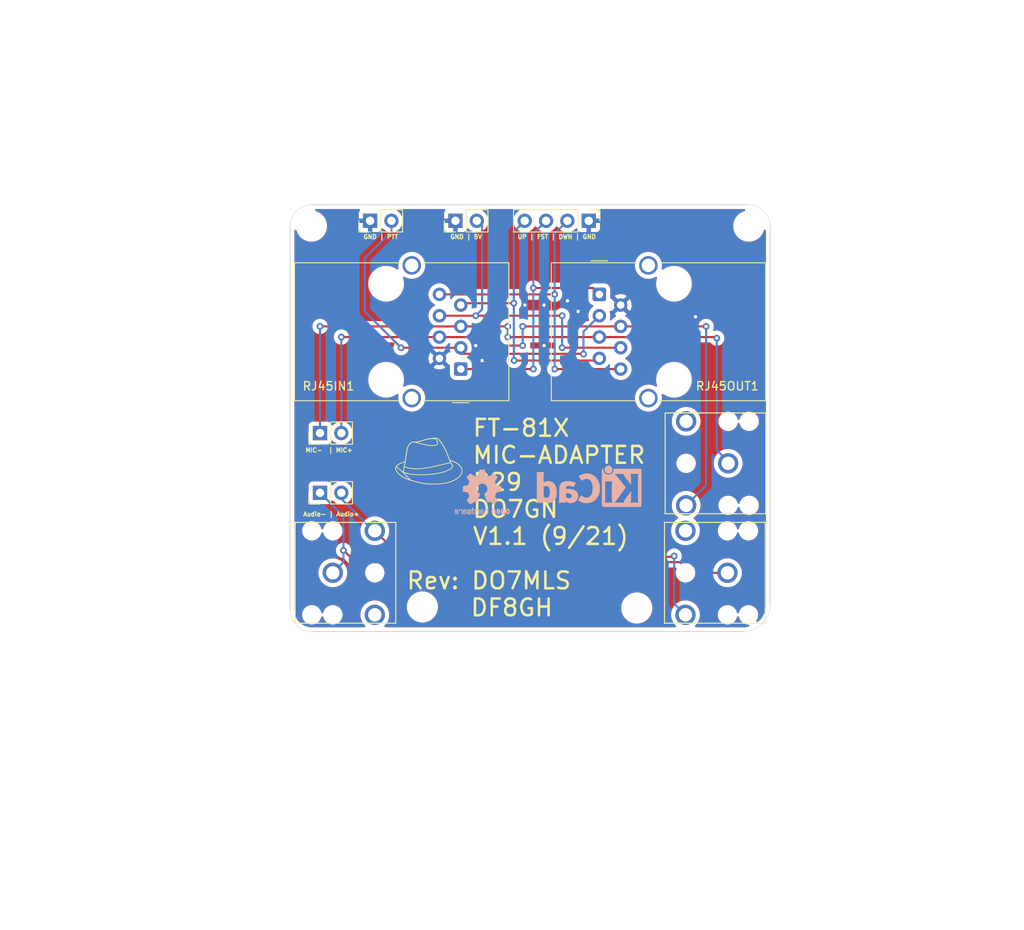
<source format=kicad_pcb>
(kicad_pcb (version 20210925) (generator pcbnew)
  (layers (0 "F.Cu" mixed) (31 "B.Cu" mixed "B.Cu.") (34 "B.Paste" user) (35 "F.Paste" user) (36 "B.SilkS" user "B.Silkscreen") (37 "F.SilkS" user "F.Silkscreen") (38 "B.Mask" user) (39 "F.Mask" user) (44 "Edge.Cuts" user))
  (net 0 "")
  (net 1 "FST")
  (net 2 "GND")
  (net 3 "PTT")
  (net 4 "MIC+")
  (net 5 "5V")
  (net 6 "UP")
  (net 7 "DWN")
  (net 8 "Audio-")
  (net 9 "Audio+")
  (net 10 "MIC-")
  (footprint "Connector_RJ:RJ45_Wuerth_7499010001A_Horizontal" (layer "F.Cu") (at 151.115 57.658)
    (fp_text reference "RJ45OUT1" (at 15.24 10.922 180) (layer "F.SilkS"))
    (fp_text value "RJ45OUT")
    (pad "" np_thru_hole circle locked (at 8.89 10.16 90) (size 3.25 3.25) (drill 3.25) (layers *.Cu *.Mask))
    (pad "" np_thru_hole circle locked (at 8.89 -1.27 90) (size 3.25 3.25) (drill 3.25) (layers *.Cu *.Mask))
    (pad "1" thru_hole roundrect locked (at 0 0 90) (size 1.6 1.6) (drill 0.9) (layers *.Cu *.Mask) (roundrect_rratio 0.155) (net 1 "FST"))
    (pad "2" thru_hole circle locked (at 2.54 1.27 90) (size 1.6 1.6) (drill 0.9) (layers *.Cu *.Mask) (net 2 "GND"))
    (pad "3" thru_hole circle locked (at 0 2.54 90) (size 1.6 1.6) (drill 0.9) (layers *.Cu *.Mask) (net 3 "PTT"))
    (pad "4" thru_hole circle locked (at 2.54 3.81 90) (size 1.6 1.6) (drill 0.9) (layers *.Cu *.Mask) (net 4 "MIC+"))
    (pad "5" thru_hole circle locked (at 0 5.08 90) (size 1.6 1.6) (drill 0.9) (layers *.Cu *.Mask) (net 10 "MIC-"))
    (pad "6" thru_hole circle locked (at 2.54 6.35 90) (size 1.6 1.6) (drill 0.9) (layers *.Cu *.Mask) (net 5 "5V"))
    (pad "7" thru_hole circle locked (at 0 7.62 90) (size 1.6 1.6) (drill 0.9) (layers *.Cu *.Mask) (net 6 "UP"))
    (pad "8" thru_hole circle locked (at 2.54 8.89 90) (size 1.6 1.6) (drill 0.9) (layers *.Cu *.Mask) (net 7 "DWN"))
    (pad "SH" thru_hole circle locked (at 5.84 -3.455 90) (size 2.2 2.2) (drill 1.6) (layers *.Cu *.Mask))
    (pad "SH" thru_hole circle locked (at 5.84 12.345 90) (size 2.2 2.2) (drill 1.6) (layers *.Cu *.Mask))
  )
  (footprint "Connector_PinHeader_2.54mm:PinHeader_1x02_P2.54mm_Vertical" (layer "F.Cu") (at 133.985 48.895 90)
    (fp_text reference "J5" hide)
    (fp_text value "Conn_01x02_Female")
    (pad "1" thru_hole rect locked (at 0 0 90) (size 1.7 1.7) (drill 1) (layers *.Cu *.Mask) (net 2 "GND"))
    (pad "2" thru_hole oval locked (at 0 2.54 90) (size 1.7 1.7) (drill 1) (layers *.Cu *.Mask) (net 5 "5V"))
  )
  (footprint "Connector_PinHeader_2.54mm:PinHeader_1x02_P2.54mm_Vertical" (layer "F.Cu") (at 123.82 48.895 90)
    (fp_text reference "J7" hide)
    (fp_text value "Conn_01x02_Female")
    (pad "1" thru_hole rect locked (at 0 0 90) (size 1.7 1.7) (drill 1) (layers *.Cu *.Mask) (net 2 "GND"))
    (pad "2" thru_hole oval locked (at 0 2.54 90) (size 1.7 1.7) (drill 1) (layers *.Cu *.Mask) (net 3 "PTT"))
  )
  (footprint "MountingHole:MountingHole_2.7mm_M2.5_DIN965" (layer "F.Cu") (at 168.91 49.53)
    (fp_text reference "REF**" hide)
    (fp_text value "MountingHole_2.7mm_M2.5_DIN965" hide)
    (pad "" np_thru_hole circle locked (at 0 0) (size 2.7 2.7) (drill 2.7) (layers *.Cu *.Mask))
  )
  (footprint "MountingHole:MountingHole_2.7mm_M2.5_DIN965" (layer "F.Cu") (at 155.575 94.996)
    (fp_text reference "REF**" hide)
    (fp_text value "MountingHole_2.7mm_M2.5_DIN965" hide)
    (pad "" np_thru_hole circle locked (at 0 0) (size 2.7 2.7) (drill 2.7) (layers *.Cu *.Mask))
  )
  (footprint "Connector_PinHeader_2.54mm:PinHeader_1x04_P2.54mm_Vertical" (layer "F.Cu") (at 149.85 48.895 -90)
    (fp_text reference "J2" hide)
    (fp_text value "Conn_01x04_Female")
    (pad "1" thru_hole rect locked (at 0 0 270) (size 1.7 1.7) (drill 1) (layers *.Cu *.Mask) (net 2 "GND"))
    (pad "2" thru_hole oval locked (at 0 2.54 270) (size 1.7 1.7) (drill 1) (layers *.Cu *.Mask) (net 7 "DWN"))
    (pad "3" thru_hole oval locked (at 0 5.08 270) (size 1.7 1.7) (drill 1) (layers *.Cu *.Mask) (net 1 "FST"))
    (pad "4" thru_hole oval locked (at 0 7.62 270) (size 1.7 1.7) (drill 1) (layers *.Cu *.Mask) (net 6 "UP"))
  )
  (footprint "Connector_PinHeader_2.54mm:PinHeader_1x02_P2.54mm_Vertical" (layer "F.Cu") (at 117.856 81.28 90)
    (fp_text reference "J9" hide)
    (fp_text value "Conn_01x03_Female" hide)
    (pad "1" thru_hole rect locked (at 0 0 90) (size 1.7 1.7) (drill 1) (layers *.Cu *.Mask) (net 8 "Audio-"))
    (pad "2" thru_hole oval locked (at 0 2.54 90) (size 1.7 1.7) (drill 1) (layers *.Cu *.Mask) (net 9 "Audio+"))
  )
  (footprint "Connector_PinHeader_2.54mm:PinHeader_1x02_P2.54mm_Vertical" (layer "F.Cu") (at 117.856 74.168 90)
    (fp_text reference "J6" hide)
    (fp_text value "Conn_01x03_Female" hide)
    (pad "1" thru_hole rect locked (at 0 0 90) (size 1.7 1.7) (drill 1) (layers *.Cu *.Mask) (net 10 "MIC-"))
    (pad "2" thru_hole oval locked (at 0 2.54 90) (size 1.7 1.7) (drill 1) (layers *.Cu *.Mask) (net 4 "MIC+"))
  )
  (footprint "Connector_RJ:RJ45_Wuerth_7499010001A_Horizontal" (layer "F.Cu") (at 134.62 66.548 180)
    (fp_text reference "RJ45IN1" (at 15.748 -2.032) (layer "F.SilkS"))
    (fp_text value "RJ45")
    (pad "" np_thru_hole circle locked (at 8.89 -1.27 270) (size 3.25 3.25) (drill 3.25) (layers *.Cu *.Mask))
    (pad "" np_thru_hole circle locked (at 8.89 10.16 270) (size 3.25 3.25) (drill 3.25) (layers *.Cu *.Mask))
    (pad "1" thru_hole roundrect locked (at 0 0 270) (size 1.6 1.6) (drill 0.9) (layers *.Cu *.Mask) (roundrect_rratio 0.155) (net 1 "FST"))
    (pad "2" thru_hole circle locked (at 2.54 1.27 270) (size 1.6 1.6) (drill 0.9) (layers *.Cu *.Mask) (net 2 "GND"))
    (pad "3" thru_hole circle locked (at 0 2.54 270) (size 1.6 1.6) (drill 0.9) (layers *.Cu *.Mask) (net 3 "PTT"))
    (pad "4" thru_hole circle locked (at 2.54 3.81 270) (size 1.6 1.6) (drill 0.9) (layers *.Cu *.Mask) (net 4 "MIC+"))
    (pad "5" thru_hole circle locked (at 0 5.08 270) (size 1.6 1.6) (drill 0.9) (layers *.Cu *.Mask) (net 10 "MIC-"))
    (pad "6" thru_hole circle locked (at 2.54 6.35 270) (size 1.6 1.6) (drill 0.9) (layers *.Cu *.Mask) (net 5 "5V"))
    (pad "7" thru_hole circle locked (at 0 7.62 270) (size 1.6 1.6) (drill 0.9) (layers *.Cu *.Mask) (net 6 "UP"))
    (pad "8" thru_hole circle locked (at 2.54 8.89 270) (size 1.6 1.6) (drill 0.9) (layers *.Cu *.Mask) (net 7 "DWN"))
    (pad "SH" thru_hole circle locked (at 5.84 12.345 270) (size 2.2 2.2) (drill 1.6) (layers *.Cu *.Mask))
    (pad "SH" thru_hole circle locked (at 5.84 -3.455 270) (size 2.2 2.2) (drill 1.6) (layers *.Cu *.Mask))
  )
  (footprint "Fedora:FedoraDO7GN" (layer "F.Cu") (at 130.81 77.47)
    (fp_text reference "G***" hide)
    (fp_text value "LOGO" hide)
  )
  (footprint "Addtional_DO7GN:CLIFF_FC68131" (layer "F.Cu") (at 166.45 77.771 180)
    (fp_text reference "J1" hide)
    (fp_text value "FC68131")
    (pad "" np_thru_hole circle locked (at 0 5 180) (size 1.3 1.3) (drill 1.3) (layers *.Cu *.Mask))
    (pad "" np_thru_hole circle locked (at -2.5 -5 180) (size 1.3 1.3) (drill 1.3) (layers *.Cu *.Mask))
    (pad "" np_thru_hole circle locked (at -2.5 5 180) (size 1.3 1.3) (drill 1.3) (layers *.Cu *.Mask))
    (pad "" np_thru_hole circle locked (at 0 -5 180) (size 1.3 1.3) (drill 1.3) (layers *.Cu *.Mask))
    (pad "" np_thru_hole circle locked (at 5 0 180) (size 1.3 1.3) (drill 1.3) (layers *.Cu *.Mask))
    (pad "1" thru_hole circle locked (at 0 0 180) (size 2.416 2.416) (drill 1.6) (layers *.Cu *.Mask) (net 10 "MIC-"))
    (pad "2" thru_hole circle locked (at 5 -5 180) (size 2.416 2.416) (drill 1.6) (layers *.Cu *.Mask) (net 4 "MIC+"))
    (pad "5" thru_hole circle locked (at 5 5 180) (size 2.416 2.416) (drill 1.6) (layers *.Cu *.Mask))
  )
  (footprint "Addtional_DO7GN:CLIFF_FC68131" (layer "F.Cu") (at 166.37 90.805 180)
    (fp_text reference "J3" hide)
    (fp_text value "FC68131")
    (pad "" np_thru_hole circle locked (at -2.5 5 180) (size 1.3 1.3) (drill 1.3) (layers *.Cu *.Mask))
    (pad "" np_thru_hole circle locked (at 0 -5 180) (size 1.3 1.3) (drill 1.3) (layers *.Cu *.Mask))
    (pad "" np_thru_hole circle locked (at 0 5 180) (size 1.3 1.3) (drill 1.3) (layers *.Cu *.Mask))
    (pad "" np_thru_hole circle locked (at -2.5 -5 180) (size 1.3 1.3) (drill 1.3) (layers *.Cu *.Mask))
    (pad "" np_thru_hole circle locked (at 5 0 180) (size 1.3 1.3) (drill 1.3) (layers *.Cu *.Mask))
    (pad "1" thru_hole circle locked (at 0 0 180) (size 2.416 2.416) (drill 1.6) (layers *.Cu *.Mask) (net 8 "Audio-"))
    (pad "2" thru_hole circle locked (at 5 -5 180) (size 2.416 2.416) (drill 1.6) (layers *.Cu *.Mask) (net 9 "Audio+"))
    (pad "5" thru_hole circle locked (at 5 5 180) (size 2.416 2.416) (drill 1.6) (layers *.Cu *.Mask))
  )
  (footprint "Addtional_DO7GN:CLIFF_FC68131" (layer "F.Cu") (at 119.38 90.805)
    (fp_text reference "J4" hide)
    (fp_text value "FC68131")
    (pad "" np_thru_hole circle locked (at 0 5) (size 1.3 1.3) (drill 1.3) (layers *.Cu *.Mask))
    (pad "" np_thru_hole circle locked (at 0 -5) (size 1.3 1.3) (drill 1.3) (layers *.Cu *.Mask))
    (pad "" np_thru_hole circle locked (at -2.5 -5) (size 1.3 1.3) (drill 1.3) (layers *.Cu *.Mask))
    (pad "" np_thru_hole circle locked (at -2.5 5) (size 1.3 1.3) (drill 1.3) (layers *.Cu *.Mask))
    (pad "" np_thru_hole circle locked (at 5 0) (size 1.3 1.3) (drill 1.3) (layers *.Cu *.Mask))
    (pad "1" thru_hole circle locked (at 0 0) (size 2.416 2.416) (drill 1.6) (layers *.Cu *.Mask) (net 8 "Audio-"))
    (pad "2" thru_hole circle locked (at 5 -5) (size 2.416 2.416) (drill 1.6) (layers *.Cu *.Mask) (net 9 "Audio+"))
    (pad "5" thru_hole circle locked (at 5 5) (size 2.416 2.416) (drill 1.6) (layers *.Cu *.Mask))
  )
  (footprint "MountingHole:MountingHole_2.7mm_M2.5_DIN965" (layer "F.Cu") (at 130.048 94.869)
    (fp_text reference "REF**" hide)
    (fp_text value "MountingHole_2.7mm_M2.5_DIN965" hide)
    (pad "" np_thru_hole circle locked (at 0 0) (size 2.7 2.7) (drill 2.7) (layers *.Cu *.Mask))
  )
  (footprint "MountingHole:MountingHole_2.7mm_M2.5_DIN965" (layer "F.Cu") (at 116.84 49.53)
    (fp_text reference "REF**" hide)
    (fp_text value "MountingHole_2.7mm_M2.5_DIN965" hide)
    (pad "" np_thru_hole circle locked (at 0 0) (size 2.7 2.7) (drill 2.7) (layers *.Cu *.Mask))
  )
  (footprint "Symbol:OSHW-Logo2_7.3x6mm_SilkScreen" (layer "B.Cu") (at 137.16 81.28 180)
    (fp_text reference "e" hide)
    (fp_text value "OSHW-Logo2_7.3x6mm_SilkScreen" hide)
  )
  (footprint "Symbol:KiCad-Logo_5mm_SilkScreen" (layer "B.Cu") (at 149.86 81.026 180)
    (fp_text reference "REF**" hide)
    (fp_text value "KiCad-Logo_5mm_SilkScreen" hide)
  )
  (gr_line (start 168.275 97.79) (end 116.84 97.79) (layer "Edge.Cuts") (width 0.1))
  (gr_line (start 116.84 46.99) (end 168.91 46.99) (layer "Edge.Cuts") (width 0.1))
  (gr_arc (start 116.84 95.25) (end 114.3 95.25) (angle -90) (layer "Edge.Cuts") (width 0.05))
  (gr_arc (start 168.91 49.53) (end 171.45 49.53) (angle -90) (layer "Edge.Cuts") (width 0.05))
  (gr_line (start 114.3 95.25) (end 114.3 49.53) (layer "Edge.Cuts") (width 0.1))
  (gr_line (start 171.45 49.53) (end 171.45 94.615) (layer "Edge.Cuts") (width 0.1))
  (gr_arc (start 168.275 94.615) (end 171.45 94.615) (angle 90) (layer "Edge.Cuts") (width 0.05))
  (gr_arc (start 116.84 49.53) (end 114.3 49.53) (angle 90) (layer "Edge.Cuts") (width 0.05))
  (gr_text "GND | PTT" (at 125.09 50.8) (layer "F.SilkS") (effects (font (size 0.508 0.508) (thickness 0.127))))
  (gr_text "Audio- | Audio+ " (at 119.38 83.82) (layer "F.SilkS") (effects (font (size 0.508 0.508) (thickness 0.127))))
  (gr_text "FT-81X\nMIC-ADAPTER\nP29\nDO7GN\nV1.1 (9/21)" (at 135.89 80.01) (layer "F.SilkS") (effects (font (size 2 2) (thickness 0.3)) (justify left)))
  (gr_text "Rev: DO7MLS\n     DF8GH" (at 128.016 93.345) (layer "F.SilkS") (effects (font (size 2 2) (thickness 0.3)) (justify left)))
  (gr_text "MIC-  | MIC+ " (at 119.126 76.2) (layer "F.SilkS") (effects (font (size 0.508 0.508) (thickness 0.127))))
  (gr_text "GND | 5V" (at 135.255 50.8) (layer "F.SilkS") (effects (font (size 0.508 0.508) (thickness 0.127))))
  (gr_text "UP | FST | DWN | GND" (at 146.05 50.8) (layer "F.SilkS") (effects (font (size 0.508 0.508) (thickness 0.127))))
  (segment (start 143.256 66.548) (end 134.62 66.548) (width 0.25) (layer "F.Cu") (net 1))
  (segment (start 150.353 56.896) (end 151.115 57.658) (width 0.25) (layer "F.Cu") (net 1))
  (segment (start 143.256 56.896) (end 150.353 56.896) (width 0.25) (layer "F.Cu") (net 1))
  (via (at 143.256 66.548) (size 0.8) (drill 0.4) (layers "F.Cu" "B.Cu") (net 1))
  (via (at 143.256 56.896) (size 0.8) (drill 0.4) (layers "F.Cu" "B.Cu") (net 1))
  (segment (start 143.256 56.896) (end 143.256 66.548) (width 0.25) (layer "B.Cu") (net 1))
  (segment (start 144.77 48.895) (end 143.256 50.409) (width 0.25) (layer "B.Cu") (net 1))
  (segment (start 143.256 56.896) (end 143.256 51.054) (width 0.25) (layer "B.Cu") (net 1))
  (segment (start 143.256 50.409) (end 143.256 51.054) (width 0.25) (layer "B.Cu") (net 1))
  (via (at 148.59 59.69) (size 0.8) (drill 0.4) (layers "F.Cu" "B.Cu") (net 2))
  (via (at 162.56 60.325) (size 0.8) (drill 0.4) (layers "F.Cu" "B.Cu") (net 2))
  (via (at 137.16 65.532) (size 0.8) (drill 0.4) (layers "F.Cu" "B.Cu") (net 2))
  (via (at 142.24 58.928) (size 0.8) (drill 0.4) (layers "F.Cu" "B.Cu") (net 2))
  (via (at 144.526 63.754) (size 0.8) (drill 0.4) (layers "F.Cu" "B.Cu") (net 2))
  (via (at 147.32 58.42) (size 0.8) (drill 0.4) (layers "F.Cu" "B.Cu") (net 2))
  (via (at 144.526 58.928) (size 0.8) (drill 0.4) (layers "F.Cu" "B.Cu") (net 2))
  (via (at 136.398 63.754) (size 0.8) (drill 0.4) (layers "F.Cu" "B.Cu") (net 2))
  (segment (start 133.858 64.008) (end 127.508 64.008) (width 0.25) (layer "F.Cu") (net 3))
  (segment (start 149.225 64.77) (end 149.188001 64.733001) (width 0.25) (layer "F.Cu") (net 3))
  (segment (start 134.583001 64.733001) (end 133.858 64.008) (width 0.25) (layer "F.Cu") (net 3))
  (segment (start 149.188001 64.733001) (end 134.583001 64.733001) (width 0.25) (layer "F.Cu") (net 3))
  (via (at 127.508 64.008) (size 0.8) (drill 0.4) (layers "F.Cu" "B.Cu") (net 3))
  (via (at 149.225 64.77) (size 0.8) (drill 0.4) (layers "F.Cu" "B.Cu") (net 3))
  (segment (start 149.225 62.088) (end 151.115 60.198) (width 0.25) (layer "B.Cu") (net 3))
  (segment (start 123.19 53.34) (end 123.19 59.69) (width 0.25) (layer "B.Cu") (net 3))
  (segment (start 149.225 64.77) (end 149.225 62.088) (width 0.25) (layer "B.Cu") (net 3))
  (segment (start 126.36 48.895) (end 126.36 50.16) (width 0.25) (layer "B.Cu") (net 3))
  (segment (start 123.19 59.69) (end 127.508 64.008) (width 0.25) (layer "B.Cu") (net 3))
  (segment (start 126.36 50.16) (end 126.365 50.165) (width 0.25) (layer "B.Cu") (net 3))
  (segment (start 126.365 50.165) (end 123.19 53.34) (width 0.25) (layer "B.Cu") (net 3))
  (segment (start 141.986 63.754) (end 139.446 63.754) (width 0.25) (layer "F.Cu") (net 4))
  (segment (start 163.83 61.468) (end 141.986 61.468) (width 0.25) (layer "F.Cu") (net 4))
  (segment (start 139.446 63.754) (end 138.43 62.738) (width 0.25) (layer "F.Cu") (net 4))
  (segment (start 138.43 62.738) (end 120.396 62.738) (width 0.25) (layer "F.Cu") (net 4))
  (via (at 120.396 62.738) (size 0.8) (drill 0.4) (layers "F.Cu" "B.Cu") (net 4))
  (via (at 141.986 61.468) (size 0.8) (drill 0.4) (layers "F.Cu" "B.Cu") (net 4))
  (via (at 141.986 63.754) (size 0.8) (drill 0.4) (layers "F.Cu" "B.Cu") (net 4))
  (via (at 163.83 61.468) (size 0.8) (drill 0.4) (layers "F.Cu" "B.Cu") (net 4))
  (segment (start 163.83 80.391) (end 161.45 82.771) (width 0.25) (layer "B.Cu") (net 4))
  (segment (start 163.83 61.468) (end 163.83 80.391) (width 0.25) (layer "B.Cu") (net 4))
  (segment (start 141.986 62.992) (end 141.986 63.754) (width 0.25) (layer "B.Cu") (net 4))
  (segment (start 141.986 61.468) (end 141.986 62.992) (width 0.25) (layer "B.Cu") (net 4))
  (segment (start 141.986 62.992) (end 141.986 63.246) (width 0.25) (layer "B.Cu") (net 4))
  (segment (start 120.396 74.168) (end 120.396 62.738) (width 0.25) (layer "B.Cu") (net 4))
  (segment (start 132.08 60.198) (end 136.398 60.198) (width 0.25) (layer "F.Cu") (net 5))
  (segment (start 153.655 64.008) (end 146.685 64.008) (width 0.25) (layer "F.Cu") (net 5))
  (segment (start 136.398 60.198) (end 146.685 60.198) (width 0.25) (layer "F.Cu") (net 5))
  (via (at 136.398 60.198) (size 0.8) (drill 0.4) (layers "F.Cu" "B.Cu") (net 5))
  (via (at 146.685 64.008) (size 0.8) (drill 0.4) (layers "F.Cu" "B.Cu") (net 5))
  (via (at 146.685 60.198) (size 0.8) (drill 0.4) (layers "F.Cu" "B.Cu") (net 5))
  (segment (start 137.16 59.436) (end 136.525 60.071) (width 0.25) (layer "B.Cu") (net 5))
  (segment (start 146.685 64.008) (end 146.685 60.198) (width 0.25) (layer "B.Cu") (net 5))
  (segment (start 137.16 49.53) (end 137.16 59.436) (width 0.25) (layer "B.Cu") (net 5))
  (segment (start 136.525 48.895) (end 137.16 49.53) (width 0.25) (layer "B.Cu") (net 5))
  (segment (start 150.861 65.532) (end 151.115 65.278) (width 0.25) (layer "F.Cu") (net 6))
  (segment (start 140.933001 58.710999) (end 134.075001 58.710999) (width 0.25) (layer "F.Cu") (net 6))
  (segment (start 140.97 65.532) (end 150.861 65.532) (width 0.25) (layer "F.Cu") (net 6))
  (via (at 140.97 65.532) (size 0.8) (drill 0.4) (layers "F.Cu" "B.Cu") (net 6))
  (via (at 140.933001 58.710999) (size 0.8) (drill 0.4) (layers "F.Cu" "B.Cu") (net 6))
  (segment (start 140.933001 58.710999) (end 140.933001 65.495001) (width 0.25) (layer "B.Cu") (net 6))
  (segment (start 140.933001 65.495001) (end 140.97 65.532) (width 0.25) (layer "B.Cu") (net 6))
  (segment (start 140.933001 58.710999) (end 140.933001 50.763001) (width 0.25) (layer "B.Cu") (net 6))
  (segment (start 140.933001 50.763001) (end 140.933001 50.191999) (width 0.25) (layer "B.Cu") (net 6))
  (segment (start 140.933001 50.191999) (end 142.23 48.895) (width 0.25) (layer "B.Cu") (net 6))
  (segment (start 145.796 57.658) (end 132.08 57.658) (width 0.25) (layer "F.Cu") (net 7))
  (segment (start 145.796 66.548) (end 153.655 66.548) (width 0.25) (layer "F.Cu") (net 7))
  (via (at 145.796 66.548) (size 0.8) (drill 0.4) (layers "F.Cu" "B.Cu") (net 7))
  (via (at 145.796 57.658) (size 0.8) (drill 0.4) (layers "F.Cu" "B.Cu") (net 7))
  (segment (start 145.796 57.658) (end 145.796 66.548) (width 0.25) (layer "B.Cu") (net 7))
  (segment (start 145.796 50.409) (end 145.796 51.054) (width 0.25) (layer "B.Cu") (net 7))
  (segment (start 145.796 57.658) (end 145.796 51.054) (width 0.25) (layer "B.Cu") (net 7))
  (segment (start 147.31 48.895) (end 145.796 50.409) (width 0.25) (layer "B.Cu") (net 7))
  (segment (start 120.65 88.138) (end 122.047 89.535) (width 0.25) (layer "F.Cu") (net 8))
  (segment (start 163.195 90.805) (end 166.37 90.805) (width 0.25) (layer "F.Cu") (net 8))
  (segment (start 122.047 89.535) (end 161.925 89.535) (width 0.25) (layer "F.Cu") (net 8))
  (segment (start 161.925 89.535) (end 163.195 90.805) (width 0.25) (layer "F.Cu") (net 8))
  (via (at 120.65 88.138) (size 0.8) (drill 0.4) (layers "F.Cu" "B.Cu") (net 8))
  (segment (start 117.856 81.28) (end 120.65 84.074) (width 0.25) (layer "B.Cu") (net 8))
  (segment (start 120.65 84.074) (end 120.65 88.138) (width 0.25) (layer "B.Cu") (net 8))
  (segment (start 120.65 89.535) (end 119.38 90.805) (width 0.25) (layer "B.Cu") (net 8))
  (segment (start 120.65 88.138) (end 120.65 89.535) (width 0.25) (layer "B.Cu") (net 8))
  (segment (start 127.475 88.9) (end 124.38 85.805) (width 0.25) (layer "F.Cu") (net 9))
  (segment (start 160.02 88.8105) (end 159.9305 88.9) (width 0.25) (layer "F.Cu") (net 9))
  (segment (start 159.9305 88.9) (end 127.475 88.9) (width 0.25) (layer "F.Cu") (net 9))
  (via (at 160.02 88.8105) (size 0.8) (drill 0.4) (layers "F.Cu" "B.Cu") (net 9))
  (segment (start 160.02 88.8105) (end 160.02 94.455) (width 0.25) (layer "B.Cu") (net 9))
  (segment (start 120.396 81.28) (end 120.396 81.995) (width 0.25) (layer "B.Cu") (net 9))
  (segment (start 120.396 81.995) (end 124.38 85.979) (width 0.25) (layer "B.Cu") (net 9))
  (segment (start 160.02 94.455) (end 161.37 95.805) (width 0.25) (layer "B.Cu") (net 9))
  (segment (start 133.858 61.468) (end 140.208 61.468) (width 0.25) (layer "F.Cu") (net 10))
  (segment (start 165.1 62.865) (end 164.973 62.738) (width 0.25) (layer "F.Cu") (net 10))
  (segment (start 133.858 61.468) (end 117.856 61.468) (width 0.25) (layer "F.Cu") (net 10))
  (segment (start 164.973 62.738) (end 140.208 62.738) (width 0.25) (layer "F.Cu") (net 10))
  (via (at 140.208 61.468) (size 0.8) (drill 0.4) (layers "F.Cu" "B.Cu") (net 10))
  (via (at 117.856 61.468) (size 0.8) (drill 0.4) (layers "F.Cu" "B.Cu") (net 10))
  (via (at 140.208 62.738) (size 0.8) (drill 0.4) (layers "F.Cu" "B.Cu") (net 10))
  (via (at 165.1 62.865) (size 0.8) (drill 0.4) (layers "F.Cu" "B.Cu") (net 10))
  (segment (start 117.856 61.468) (end 117.856 74.168) (width 0.25) (layer "B.Cu") (net 10))
  (segment (start 165.1 76.2) (end 166.45 77.55) (width 0.25) (layer "B.Cu") (net 10))
  (segment (start 165.1 62.865) (end 165.1 76.2) (width 0.25) (layer "B.Cu") (net 10))
  (segment (start 166.45 77.55) (end 166.45 77.771) (width 0.25) (layer "B.Cu") (net 10))
  (segment (start 140.208 62.738) (end 140.208 61.468) (width 0.25) (layer "B.Cu") (net 10))
  (zone (net 2) (net_name "GND") (layer "F.Cu") (connect_pads (clearance 0.508)) (min_thickness 0.254) (fill yes (thermal_gap 0.508) (thermal_bridge_width 0.508))
    (polygon (pts (xy 201.168 133.35) (xy 79.756 133.35) (xy 79.756 23.368) (xy 201.168 23.368)))
  )
  (zone (net 2) (net_name "GND") (layer "B.Cu") (connect_pads (clearance 0.508)) (min_thickness 0.254) (fill yes (thermal_gap 0.508) (thermal_bridge_width 0.508))
    (polygon (pts (xy 80.518 23.368) (xy 201.676 23.368) (xy 201.676 133.096) (xy 79.756 133.096) (xy 79.756 22.606)))
  )
)
</source>
